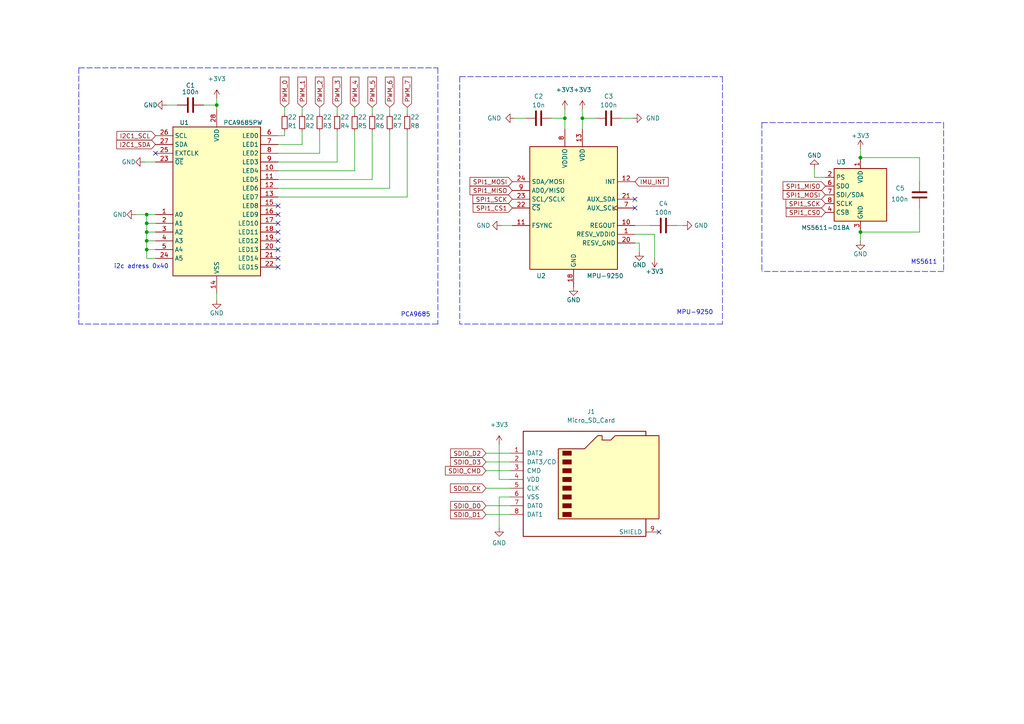
<source format=kicad_sch>
(kicad_sch (version 20211123) (generator eeschema)
  (paper "A4")
  (lib_symbols
    (symbol "Connector:Micro_SD_Card" (pin_names (offset 1.016))
      (property "Reference" "J" (at -16.51 15.24 0))
      (property "Value" "Micro_SD_Card" (at 16.51 15.24 0))
      (symbol "Micro_SD_Card_0_1"
        (rectangle (start -7.62 -9.525) (end -5.08 -10.795) (fill (type outline)))
        (rectangle (start -7.62 -6.985) (end -5.08 -8.255) (fill (type outline)))
        (rectangle (start -7.62 -4.445) (end -5.08 -5.715) (fill (type outline)))
        (rectangle (start -7.62 -1.905) (end -5.08 -3.175) (fill (type outline)))
        (rectangle (start -7.62 0.635) (end -5.08 -0.635) (fill (type outline)))
        (rectangle (start -7.62 3.175) (end -5.08 1.905) (fill (type outline)))
        (rectangle (start -7.62 5.715) (end -5.08 4.445) (fill (type outline)))
        (rectangle (start -7.62 8.255) (end -5.08 6.985) (fill (type outline)))
        (polyline (pts (xy 16.51 12.7) (xy 16.51 13.97) (xy -19.05 13.97) (xy -19.05 -16.51) (xy 16.51 -16.51) (xy 16.51 -11.43)) (stroke (width 0.254)))
        (polyline (pts (xy -8.89 -11.43) (xy -8.89 8.89) (xy -1.27 8.89) (xy 2.54 12.7) (xy 3.81 12.7) (xy 3.81 11.43) (xy 6.35 11.43) (xy 7.62 12.7) (xy 20.32 12.7) (xy 20.32 -11.43) (xy -8.89 -11.43)) (stroke (width 0.254)) (fill (type background)))
      )
      (symbol "Micro_SD_Card_1_1"
        (pin bidirectional line (at -22.86 7.62 0) (length 3.81) (name "DAT2") (number "1"))
        (pin bidirectional line (at -22.86 5.08 0) (length 3.81) (name "DAT3/CD") (number "2"))
        (pin input line (at -22.86 2.54 0) (length 3.81) (name "CMD") (number "3"))
        (pin power_in line (at -22.86 0 0) (length 3.81) (name "VDD") (number "4"))
        (pin input line (at -22.86 -2.54 0) (length 3.81) (name "CLK") (number "5"))
        (pin power_in line (at -22.86 -5.08 0) (length 3.81) (name "VSS") (number "6"))
        (pin bidirectional line (at -22.86 -7.62 0) (length 3.81) (name "DAT0") (number "7"))
        (pin bidirectional line (at -22.86 -10.16 0) (length 3.81) (name "DAT1") (number "8"))
        (pin passive line (at 20.32 -15.24 180) (length 3.81) (name "SHIELD") (number "9"))
      )
    )
    (symbol "Device:C" (pin_numbers hide) (pin_names (offset 0.254))
      (property "Reference" "C" (at 0.635 2.54 0))
      (property "Value" "C" (at 0.635 -2.54 0))
      (symbol "C_0_1"
        (polyline (pts (xy -2.032 -0.762) (xy 2.032 -0.762)) (stroke (width 0.508)))
        (polyline (pts (xy -2.032 0.762) (xy 2.032 0.762)) (stroke (width 0.508)))
      )
      (symbol "C_1_1"
        (pin passive line (at 0 3.81 270) (length 2.794) (name "~") (number "1"))
        (pin passive line (at 0 -3.81 90) (length 2.794) (name "~") (number "2"))
      )
    )
    (symbol "Device:R_Small" (pin_numbers hide) (pin_names (offset 0.254) hide)
      (property "Reference" "R" (at 0.762 0.508 0))
      (property "Value" "R_Small" (at 0.762 -1.016 0))
      (symbol "R_Small_0_1"
        (rectangle (start -0.762 1.778) (end 0.762 -1.778) (stroke (width 0.2032)))
      )
      (symbol "R_Small_1_1"
        (pin passive line (at 0 2.54 270) (length 0.762) (name "~") (number "1"))
        (pin passive line (at 0 -2.54 90) (length 0.762) (name "~") (number "2"))
      )
    )
    (symbol "Driver_LED:PCA9685PW"
      (property "Reference" "U" (at -12.7 22.225 0))
      (property "Value" "PCA9685PW" (at 1.27 22.225 0))
      (symbol "PCA9685PW_0_1"
        (rectangle (start -12.7 20.32) (end 12.7 -22.86) (stroke (width 0.254)) (fill (type background)))
      )
      (symbol "PCA9685PW_1_1"
        (pin input line (at -17.78 -5.08 0) (length 5.08) (name "A0") (number "1"))
        (pin output line (at 17.78 7.62 180) (length 5.08) (name "LED4") (number "10"))
        (pin output line (at 17.78 5.08 180) (length 5.08) (name "LED5") (number "11"))
        (pin output line (at 17.78 2.54 180) (length 5.08) (name "LED6") (number "12"))
        (pin output line (at 17.78 0 180) (length 5.08) (name "LED7") (number "13"))
        (pin power_in line (at 0 -27.94 90) (length 5.08) (name "VSS") (number "14"))
        (pin output line (at 17.78 -2.54 180) (length 5.08) (name "LED8") (number "15"))
        (pin output line (at 17.78 -5.08 180) (length 5.08) (name "LED9") (number "16"))
        (pin output line (at 17.78 -7.62 180) (length 5.08) (name "LED10") (number "17"))
        (pin output line (at 17.78 -10.16 180) (length 5.08) (name "LED11") (number "18"))
        (pin output line (at 17.78 -12.7 180) (length 5.08) (name "LED12") (number "19"))
        (pin input line (at -17.78 -7.62 0) (length 5.08) (name "A1") (number "2"))
        (pin output line (at 17.78 -15.24 180) (length 5.08) (name "LED13") (number "20"))
        (pin output line (at 17.78 -17.78 180) (length 5.08) (name "LED14") (number "21"))
        (pin output line (at 17.78 -20.32 180) (length 5.08) (name "LED15") (number "22"))
        (pin input line (at -17.78 10.16 0) (length 5.08) (name "~{OE}") (number "23"))
        (pin input line (at -17.78 -17.78 0) (length 5.08) (name "A5") (number "24"))
        (pin input line (at -17.78 12.7 0) (length 5.08) (name "EXTCLK") (number "25"))
        (pin input line (at -17.78 17.78 0) (length 5.08) (name "SCL") (number "26"))
        (pin bidirectional line (at -17.78 15.24 0) (length 5.08) (name "SDA") (number "27"))
        (pin power_in line (at 0 25.4 270) (length 5.08) (name "VDD") (number "28"))
        (pin input line (at -17.78 -10.16 0) (length 5.08) (name "A2") (number "3"))
        (pin input line (at -17.78 -12.7 0) (length 5.08) (name "A3") (number "4"))
        (pin input line (at -17.78 -15.24 0) (length 5.08) (name "A4") (number "5"))
        (pin output line (at 17.78 17.78 180) (length 5.08) (name "LED0") (number "6"))
        (pin output line (at 17.78 15.24 180) (length 5.08) (name "LED1") (number "7"))
        (pin output line (at 17.78 12.7 180) (length 5.08) (name "LED2") (number "8"))
        (pin output line (at 17.78 10.16 180) (length 5.08) (name "LED3") (number "9"))
      )
    )
    (symbol "Sensor_Motion:MPU-9250"
      (property "Reference" "U" (at -11.43 19.05 0))
      (property "Value" "MPU-9250" (at 7.62 -19.05 0))
      (symbol "MPU-9250_0_1"
        (rectangle (start -12.7 17.78) (end 12.7 -17.78) (stroke (width 0.254)) (fill (type background)))
      )
      (symbol "MPU-9250_1_1"
        (pin input line (at 17.78 -7.62 180) (length 5.08) (name "RESV_VDDIO") (number "1"))
        (pin passive line (at 17.78 -5.08 180) (length 5.08) (name "REGOUT") (number "10"))
        (pin input line (at -17.78 -5.08 0) (length 5.08) (name "FSYNC") (number "11"))
        (pin output line (at 17.78 7.62 180) (length 5.08) (name "INT") (number "12"))
        (pin power_in line (at 2.54 22.86 270) (length 5.08) (name "VDD") (number "13"))
        (pin power_in line (at 0 -22.86 90) (length 5.08) (name "GND") (number "18"))
        (pin power_in line (at 17.78 -10.16 180) (length 5.08) (name "RESV_GND") (number "20"))
        (pin bidirectional line (at 17.78 2.54 180) (length 5.08) (name "AUX_SDA") (number "21"))
        (pin input line (at -17.78 0 0) (length 5.08) (name "~{CS}") (number "22"))
        (pin input line (at -17.78 2.54 0) (length 5.08) (name "SCL/SCLK") (number "23"))
        (pin bidirectional line (at -17.78 7.62 0) (length 5.08) (name "SDA/MOSI") (number "24"))
        (pin output clock (at 17.78 0 180) (length 5.08) (name "AUX_SCL") (number "7"))
        (pin power_in line (at -2.54 22.86 270) (length 5.08) (name "VDDIO") (number "8"))
        (pin bidirectional line (at -17.78 5.08 0) (length 5.08) (name "AD0/MISO") (number "9"))
      )
    )
    (symbol "Sensor_Pressure:MS5611-01BA"
      (property "Reference" "U" (at -6.35 8.89 0))
      (property "Value" "MS5611-01BA" (at 7.62 8.89 0))
      (symbol "MS5611-01BA_0_1"
        (rectangle (start -7.62 7.62) (end 7.62 -7.62) (stroke (width 0.254)) (fill (type background)))
      )
      (symbol "MS5611-01BA_1_1"
        (pin power_in line (at 0 10.16 270) (length 2.54) (name "VDD") (number "1"))
        (pin input line (at -10.16 5.08 0) (length 2.54) (name "PS") (number "2"))
        (pin power_in line (at 0 -10.16 90) (length 2.54) (name "GND") (number "3"))
        (pin input line (at -10.16 -5.08 0) (length 2.54) (name "CSB") (number "4"))
        (pin input line (at -10.16 -5.08 0) (length 2.54) hide (name "CSB") (number "5"))
        (pin output line (at -10.16 2.54 0) (length 2.54) (name "SDO") (number "6"))
        (pin bidirectional line (at -10.16 0 0) (length 2.54) (name "SDI/SDA") (number "7"))
        (pin input line (at -10.16 -2.54 0) (length 2.54) (name "SCLK") (number "8"))
      )
    )
    (symbol "power:+3V3" (power) (pin_names (offset 0))
      (property "Value" "+3V3" (at 0 3.556 0))
      (symbol "+3V3_0_1"
        (polyline (pts (xy -0.762 1.27) (xy 0 2.54)))
        (polyline (pts (xy 0 0) (xy 0 2.54)))
        (polyline (pts (xy 0 2.54) (xy 0.762 1.27)))
      )
      (symbol "+3V3_1_1"
        (pin power_in line (at 0 0 90) (length 0) hide (name "+3V3") (number "1"))
      )
    )
    (symbol "power:GND" (power) (pin_names (offset 0))
      (property "Value" "GND" (at 0 -3.81 0))
      (symbol "GND_0_1"
        (polyline (pts (xy 0 0) (xy 0 -1.27) (xy 1.27 -1.27) (xy 0 -2.54) (xy -1.27 -1.27) (xy 0 -1.27)))
      )
      (symbol "GND_1_1"
        (pin power_in line (at 0 0 270) (length 0) hide (name "GND") (number "1"))
      )
    )
  )
  (junction (at 42.545 62.23))
  (junction (at 42.545 64.77))
  (junction (at 163.83 34.29))
  (junction (at 42.545 67.31))
  (junction (at 42.545 69.85))
  (junction (at 168.91 34.29))
  (junction (at 249.555 67.31))
  (junction (at 249.555 45.72))
  (junction (at 62.865 30.48))
  (junction (at 42.545 72.39))
  (no_connect (at 191.135 154.305))
  (no_connect (at 80.645 72.39))
  (no_connect (at 80.645 74.93))
  (no_connect (at 80.645 77.47))
  (no_connect (at 80.645 59.69))
  (no_connect (at 80.645 62.23))
  (no_connect (at 80.645 64.77))
  (no_connect (at 80.645 67.31))
  (no_connect (at 80.645 69.85))
  (no_connect (at 184.15 60.325))
  (no_connect (at 184.15 57.785))
  (no_connect (at 45.085 44.45))
  (wire (pts (xy 180.34 34.29) (xy 183.515 34.29)))
  (wire (pts (xy 140.97 131.445) (xy 147.955 131.445)))
  (wire (pts (xy 266.7 67.31) (xy 266.7 60.325)))
  (wire (pts (xy 80.645 46.99) (xy 97.79 46.99)))
  (wire (pts (xy 42.545 62.23) (xy 45.085 62.23)))
  (wire (pts (xy 39.37 62.23) (xy 42.545 62.23)))
  (wire (pts (xy 59.055 30.48) (xy 62.865 30.48)))
  (wire (pts (xy 45.085 72.39) (xy 42.545 72.39)))
  (wire (pts (xy 140.97 141.605) (xy 147.955 141.605)))
  (wire (pts (xy 152.4 34.29) (xy 149.225 34.29)))
  (wire (pts (xy 97.79 46.99) (xy 97.79 38.1)))
  (wire (pts (xy 80.645 54.61) (xy 113.03 54.61)))
  (wire (pts (xy 163.83 34.29) (xy 160.02 34.29)))
  (wire (pts (xy 144.78 128.905) (xy 144.78 139.065)))
  (wire (pts (xy 42.545 74.93) (xy 42.545 72.39)))
  (wire (pts (xy 249.555 66.675) (xy 249.555 67.31)))
  (wire (pts (xy 113.03 31.115) (xy 113.03 33.02)))
  (wire (pts (xy 82.55 31.115) (xy 82.55 33.02)))
  (wire (pts (xy 62.865 28.575) (xy 62.865 30.48)))
  (wire (pts (xy 168.91 31.75) (xy 168.91 34.29)))
  (wire (pts (xy 80.645 57.15) (xy 118.11 57.15)))
  (wire (pts (xy 80.645 39.37) (xy 82.55 39.37)))
  (wire (pts (xy 184.15 70.485) (xy 185.42 70.485)))
  (wire (pts (xy 266.7 45.72) (xy 266.7 52.705)))
  (wire (pts (xy 140.97 133.985) (xy 147.955 133.985)))
  (wire (pts (xy 45.085 74.93) (xy 42.545 74.93)))
  (wire (pts (xy 92.71 44.45) (xy 92.71 38.1)))
  (wire (pts (xy 147.955 144.145) (xy 144.78 144.145)))
  (wire (pts (xy 140.97 149.225) (xy 147.955 149.225)))
  (wire (pts (xy 102.87 31.115) (xy 102.87 33.02)))
  (wire (pts (xy 48.26 30.48) (xy 51.435 30.48)))
  (wire (pts (xy 107.95 52.07) (xy 107.95 38.1)))
  (polyline (pts (xy 127 93.98) (xy 22.86 93.98)))
  (wire (pts (xy 80.645 52.07) (xy 107.95 52.07)))
  (polyline (pts (xy 133.35 22.225) (xy 209.55 22.225)))
  (wire (pts (xy 163.83 34.29) (xy 163.83 37.465)))
  (polyline (pts (xy 220.98 35.56) (xy 273.685 35.56)))
  (wire (pts (xy 249.555 46.355) (xy 249.555 45.72)))
  (wire (pts (xy 41.91 46.99) (xy 45.085 46.99)))
  (wire (pts (xy 184.15 65.405) (xy 188.595 65.405)))
  (polyline (pts (xy 220.98 35.56) (xy 220.98 78.74)))
  (wire (pts (xy 196.215 65.405) (xy 198.12 65.405)))
  (wire (pts (xy 249.555 45.72) (xy 266.7 45.72)))
  (wire (pts (xy 62.865 85.09) (xy 62.865 86.995)))
  (wire (pts (xy 42.545 67.31) (xy 42.545 64.77)))
  (wire (pts (xy 249.555 67.31) (xy 249.555 69.85)))
  (wire (pts (xy 80.645 44.45) (xy 92.71 44.45)))
  (polyline (pts (xy 273.685 35.56) (xy 273.685 78.74)))
  (wire (pts (xy 184.15 67.945) (xy 189.865 67.945)))
  (polyline (pts (xy 22.86 19.685) (xy 22.86 93.98)))
  (wire (pts (xy 45.085 64.77) (xy 42.545 64.77)))
  (wire (pts (xy 92.71 31.115) (xy 92.71 33.02)))
  (polyline (pts (xy 22.86 19.685) (xy 127 19.685)))
  (wire (pts (xy 239.395 51.435) (xy 236.22 51.435)))
  (wire (pts (xy 168.91 34.29) (xy 168.91 37.465)))
  (wire (pts (xy 118.11 57.15) (xy 118.11 38.1)))
  (wire (pts (xy 42.545 72.39) (xy 42.545 69.85)))
  (wire (pts (xy 87.63 31.115) (xy 87.63 33.02)))
  (wire (pts (xy 249.555 43.18) (xy 249.555 45.72)))
  (wire (pts (xy 62.865 30.48) (xy 62.865 31.75)))
  (wire (pts (xy 168.91 34.29) (xy 172.72 34.29)))
  (wire (pts (xy 118.11 31.115) (xy 118.11 33.02)))
  (wire (pts (xy 147.955 139.065) (xy 144.78 139.065)))
  (wire (pts (xy 80.645 41.91) (xy 87.63 41.91)))
  (wire (pts (xy 140.97 146.685) (xy 147.955 146.685)))
  (wire (pts (xy 42.545 64.77) (xy 42.545 62.23)))
  (wire (pts (xy 163.83 31.75) (xy 163.83 34.29)))
  (wire (pts (xy 42.545 69.85) (xy 42.545 67.31)))
  (polyline (pts (xy 133.35 22.225) (xy 133.35 93.98)))
  (wire (pts (xy 249.555 67.31) (xy 266.7 67.31)))
  (wire (pts (xy 45.085 69.85) (xy 42.545 69.85)))
  (wire (pts (xy 45.085 67.31) (xy 42.545 67.31)))
  (wire (pts (xy 102.87 49.53) (xy 80.645 49.53)))
  (wire (pts (xy 107.95 31.115) (xy 107.95 33.02)))
  (wire (pts (xy 145.415 65.405) (xy 148.59 65.405)))
  (wire (pts (xy 87.63 41.91) (xy 87.63 38.1)))
  (wire (pts (xy 102.87 38.1) (xy 102.87 49.53)))
  (wire (pts (xy 113.03 54.61) (xy 113.03 38.1)))
  (polyline (pts (xy 273.685 78.74) (xy 220.98 78.74)))
  (polyline (pts (xy 127 19.685) (xy 127 93.98)))
  (polyline (pts (xy 209.55 22.225) (xy 209.55 93.98)))
  (wire (pts (xy 97.79 31.115) (xy 97.79 33.02)))
  (wire (pts (xy 140.97 136.525) (xy 147.955 136.525)))
  (wire (pts (xy 236.22 48.895) (xy 236.22 51.435)))
  (polyline (pts (xy 209.55 93.98) (xy 133.35 93.98)))
  (wire (pts (xy 82.55 39.37) (xy 82.55 38.1)))
  (wire (pts (xy 144.78 144.145) (xy 144.78 153.035)))
  (wire (pts (xy 185.42 70.485) (xy 185.42 73.025)))
  (wire (pts (xy 189.865 67.945) (xy 189.865 74.93)))
  (text "PCA9685" (at 116.205 92.075 0) (effects (font (size 1.27 1.27)) (justify left bottom)))
  (text "i2c adress 0x40" (at 33.02 78.105 0) (effects (font (size 1.27 1.27)) (justify left bottom)))
  (text "MPU-9250" (at 196.215 91.44 0) (effects (font (size 1.27 1.27)) (justify left bottom)))
  (text "MS5611" (at 264.16 76.835 0) (effects (font (size 1.27 1.27)) (justify left bottom)))
  (global_label "I2C1_SCL" (shape input) (at 45.085 39.37 180) (property "Intersheet References" "${INTERSHEET_REFS}" (effects hide)))
  (global_label "SPI1_SCK" (shape input) (at 239.395 59.055 180) (property "Intersheet References" "${INTERSHEET_REFS}" (effects hide)))
  (global_label "PWM_3" (shape input) (at 97.79 31.115 90) (property "Intersheet References" "${INTERSHEET_REFS}" (effects hide)))
  (global_label "SDIO_CMD" (shape input) (at 140.97 136.525 180) (property "Intersheet References" "${INTERSHEET_REFS}" (effects hide)))
  (global_label "SDIO_CK" (shape input) (at 140.97 141.605 180) (property "Intersheet References" "${INTERSHEET_REFS}" (effects hide)))
  (global_label "PWM_4" (shape input) (at 102.87 31.115 90) (property "Intersheet References" "${INTERSHEET_REFS}" (effects hide)))
  (global_label "SDIO_D2" (shape input) (at 140.97 131.445 180) (property "Intersheet References" "${INTERSHEET_REFS}" (effects hide)))
  (global_label "SDIO_D1" (shape input) (at 140.97 149.225 180) (property "Intersheet References" "${INTERSHEET_REFS}" (effects hide)))
  (global_label "SDIO_D3" (shape input) (at 140.97 133.985 180) (property "Intersheet References" "${INTERSHEET_REFS}" (effects hide)))
  (global_label "SPI1_SCK" (shape input) (at 148.59 57.785 180) (property "Intersheet References" "${INTERSHEET_REFS}" (effects hide)))
  (global_label "SPI1_MOSI" (shape input) (at 148.59 52.705 180) (property "Intersheet References" "${INTERSHEET_REFS}" (effects hide)))
  (global_label "PWM_6" (shape input) (at 113.03 31.115 90) (property "Intersheet References" "${INTERSHEET_REFS}" (effects hide)))
  (global_label "PWM_1" (shape input) (at 87.63 31.115 90) (property "Intersheet References" "${INTERSHEET_REFS}" (effects hide)))
  (global_label "PWM_0" (shape input) (at 82.55 31.115 90) (property "Intersheet References" "${INTERSHEET_REFS}" (effects hide)))
  (global_label "SDIO_D0" (shape input) (at 140.97 146.685 180) (property "Intersheet References" "${INTERSHEET_REFS}" (effects hide)))
  (global_label "IMU_INT" (shape input) (at 184.15 52.705 0) (property "Intersheet References" "${INTERSHEET_REFS}" (effects hide)))
  (global_label "SPI1_MISO" (shape input) (at 148.59 55.245 180) (property "Intersheet References" "${INTERSHEET_REFS}" (effects hide)))
  (global_label "PWM_7" (shape input) (at 118.11 31.115 90) (property "Intersheet References" "${INTERSHEET_REFS}" (effects hide)))
  (global_label "PWM_5" (shape input) (at 107.95 31.115 90) (property "Intersheet References" "${INTERSHEET_REFS}" (effects hide)))
  (global_label "SPI1_CS1" (shape input) (at 148.59 60.325 180) (property "Intersheet References" "${INTERSHEET_REFS}" (effects hide)))
  (global_label "SPI1_MOSI" (shape input) (at 239.395 56.515 180) (property "Intersheet References" "${INTERSHEET_REFS}" (effects hide)))
  (global_label "PWM_2" (shape input) (at 92.71 31.115 90) (property "Intersheet References" "${INTERSHEET_REFS}" (effects hide)))
  (global_label "I2C1_SDA" (shape input) (at 45.085 41.91 180) (property "Intersheet References" "${INTERSHEET_REFS}" (effects hide)))
  (global_label "SPI1_CS0" (shape input) (at 239.395 61.595 180) (property "Intersheet References" "${INTERSHEET_REFS}" (effects hide)))
  (global_label "SPI1_MISO" (shape input) (at 239.395 53.975 180) (property "Intersheet References" "${INTERSHEET_REFS}" (effects hide)))
  (symbol (lib_id "Driver_LED:PCA9685PW") (at 62.865 57.15 0) (unit 1)
    (property "Reference" "U1" (at 52.07 35.56 0) (effects (justify left)))
    (property "Value" "PCA9685PW" (at 64.77 35.56 0) (effects (justify left)))
    (property "Footprint" "Package_SO:TSSOP-28_4.4x9.7mm_P0.65mm" (effects hide))
    (property "Datasheet" "http://www.nxp.com/documents/data_sheet/PCA9685.pdf" (effects hide))
  )
  (symbol (lib_id "Device:C") (at 176.53 34.29 90) (unit 1)
    (property "Reference" "C3" (at 176.53 27.94 90))
    (property "Value" "100n" (at 176.53 30.48 90))
    (property "Footprint" "Capacitor_SMD:C_0603_1608Metric_Pad1.08x0.95mm_HandSolder" (effects hide))
    (property "JLCPCB Part #" "C14663" (effects hide))
  )
  (symbol (lib_id "Connector:Micro_SD_Card") (at 170.815 139.065 0) (unit 1)
    (property "Reference" "J1" (at 171.45 119.38 0))
    (property "Value" "Micro_SD_Card" (at 171.45 121.92 0))
    (property "Footprint" "sd:TF15X15" (effects hide))
    (property "Datasheet" "http://katalog.we-online.de/em/datasheet/693072010801.pdf" (effects hide))
  )
  (symbol (lib_id "power:+3V3") (at 249.555 43.18 0) (unit 1)
    (property "Reference" "#PWR018" (effects hide))
    (property "Value" "+3V3" (at 249.555 39.37 0))
  )
  (symbol (lib_id "power:GND") (at 166.37 83.185 0) (unit 1)
    (property "Reference" "#PWR011" (effects hide))
    (property "Value" "GND" (at 166.37 86.995 0))
  )
  (symbol (lib_id "power:GND") (at 144.78 153.035 0) (unit 1)
    (property "Reference" "#PWR07" (effects hide))
    (property "Value" "GND" (at 144.78 157.48 0))
  )
  (symbol (lib_id "power:+3V3") (at 62.865 28.575 0) (unit 1)
    (property "Reference" "#PWR04" (effects hide))
    (property "Value" "+3V3" (at 62.865 22.86 0))
  )
  (symbol (lib_id "power:GND") (at 236.22 48.895 180) (unit 1)
    (property "Reference" "#PWR017" (effects hide))
    (property "Value" "GND" (at 236.22 45.085 0))
  )
  (symbol (lib_id "power:+3V3") (at 144.78 128.905 0) (unit 1)
    (property "Reference" "#PWR06" (effects hide))
    (property "Value" "+3V3" (at 144.78 123.19 0))
  )
  (symbol (lib_id "power:GND") (at 149.225 34.29 270) (mirror x) (unit 1)
    (property "Reference" "#PWR09" (effects hide))
    (property "Value" "GND" (at 145.415 34.2899 90) (effects (justify right)))
  )
  (symbol (lib_id "power:GND") (at 183.515 34.29 90) (unit 1)
    (property "Reference" "#PWR013" (effects hide))
    (property "Value" "GND" (at 187.325 34.2899 90) (effects (justify right)))
  )
  (symbol (lib_id "power:GND") (at 249.555 69.85 0) (unit 1)
    (property "Reference" "#PWR019" (effects hide))
    (property "Value" "GND" (at 249.555 73.66 0))
  )
  (symbol (lib_id "power:GND") (at 41.91 46.99 270) (unit 1)
    (property "Reference" "#PWR02" (effects hide))
    (property "Value" "GND" (at 39.37 46.9899 90) (effects (justify right)))
  )
  (symbol (lib_id "Device:C") (at 192.405 65.405 90) (unit 1)
    (property "Reference" "C4" (at 192.405 59.055 90))
    (property "Value" "100n" (at 192.405 61.595 90))
    (property "Footprint" "Capacitor_SMD:C_0603_1608Metric_Pad1.08x0.95mm_HandSolder" (effects hide))
    (property "JLCPCB Part #" "C14663" (effects hide))
  )
  (symbol (lib_id "Sensor_Motion:MPU-9250") (at 166.37 60.325 0) (unit 1)
    (property "Reference" "U2" (at 155.575 80.01 0) (effects (justify left)))
    (property "Value" "MPU-9250" (at 170.18 80.01 0) (effects (justify left)))
    (property "Footprint" "Sensor_Motion:InvenSense_QFN-24_3x3mm_P0.4mm" (effects hide))
    (property "Datasheet" "https://store.invensense.com/datasheets/invensense/MPU9250REV1.0.pdf" (effects hide))
  )
  (symbol (lib_id "power:GND") (at 185.42 73.025 0) (unit 1)
    (property "Reference" "#PWR014" (effects hide))
    (property "Value" "GND" (at 185.42 76.835 0))
  )
  (symbol (lib_id "Device:R_Small") (at 113.03 35.56 180) (unit 1)
    (property "Reference" "R7" (at 115.2525 36.5125 0))
    (property "Value" "22" (at 115.2525 33.9725 0))
    (property "Footprint" "Resistor_SMD:R_0603_1608Metric_Pad0.98x0.95mm_HandSolder" (effects hide))
    (property "JLCPCB Part #" "C23345" (effects hide))
  )
  (symbol (lib_id "power:+3V3") (at 168.91 31.75 0) (unit 1)
    (property "Reference" "#PWR012" (effects hide))
    (property "Value" "+3V3" (at 168.91 26.035 0))
  )
  (symbol (lib_id "power:GND") (at 62.865 86.995 0) (unit 1)
    (property "Reference" "#PWR05" (effects hide))
    (property "Value" "GND" (at 62.865 90.805 0))
  )
  (symbol (lib_id "Device:C") (at 266.7 56.515 0) (unit 1)
    (property "Reference" "C5" (at 259.715 54.61 0) (effects (justify left)))
    (property "Value" "100n" (at 258.445 57.785 0) (effects (justify left)))
    (property "Footprint" "Capacitor_SMD:C_0603_1608Metric_Pad1.08x0.95mm_HandSolder" (effects hide))
    (property "JLCPCB Part #" "C14663" (effects hide))
  )
  (symbol (lib_id "Device:R_Small") (at 92.71 35.56 180) (unit 1)
    (property "Reference" "R3" (at 94.9325 36.5125 0))
    (property "Value" "22" (at 94.9325 33.9725 0))
    (property "Footprint" "Resistor_SMD:R_0603_1608Metric_Pad0.98x0.95mm_HandSolder" (effects hide))
    (property "JLCPCB Part #" "C23345" (effects hide))
  )
  (symbol (lib_id "Device:R_Small") (at 107.95 35.56 180) (unit 1)
    (property "Reference" "R6" (at 110.1725 36.5125 0))
    (property "Value" "22" (at 110.1725 33.9725 0))
    (property "Footprint" "Resistor_SMD:R_0603_1608Metric_Pad0.98x0.95mm_HandSolder" (effects hide))
    (property "JLCPCB Part #" "C23345" (effects hide))
  )
  (symbol (lib_id "power:GND") (at 198.12 65.405 90) (unit 1)
    (property "Reference" "#PWR016" (effects hide))
    (property "Value" "GND" (at 201.295 65.4049 90) (effects (justify right)))
  )
  (symbol (lib_id "Device:R_Small") (at 97.79 35.56 180) (unit 1)
    (property "Reference" "R4" (at 100.0125 36.5125 0))
    (property "Value" "22" (at 100.0125 33.9725 0))
    (property "Footprint" "Resistor_SMD:R_0603_1608Metric_Pad0.98x0.95mm_HandSolder" (effects hide))
    (property "JLCPCB Part #" "C23345" (effects hide))
  )
  (symbol (lib_id "Sensor_Pressure:MS5611-01BA") (at 249.555 56.515 0) (unit 1)
    (property "Reference" "U3" (at 242.57 46.99 0) (effects (justify left)))
    (property "Value" "MS5611-01BA" (at 232.41 66.04 0) (effects (justify left)))
    (property "Footprint" "user_lib:LGA-8_3x5mm_P1.25mm_handsolder" (effects hide))
    (property "Datasheet" "https://www.te.com/commerce/DocumentDelivery/DDEController?Action=srchrtrv&DocNm=MS5611-01BA03&DocType=Data+Sheet&DocLang=English" (effects hide))
  )
  (symbol (lib_id "power:GND") (at 48.26 30.48 270) (unit 1)
    (property "Reference" "#PWR03" (effects hide))
    (property "Value" "GND" (at 45.72 30.4799 90) (effects (justify right)))
  )
  (symbol (lib_id "Device:R_Small") (at 118.11 35.56 180) (unit 1)
    (property "Reference" "R8" (at 120.3325 36.5125 0))
    (property "Value" "22" (at 120.3325 33.9725 0))
    (property "Footprint" "Resistor_SMD:R_0603_1608Metric_Pad0.98x0.95mm_HandSolder" (effects hide))
    (property "JLCPCB Part #" "C23345" (effects hide))
  )
  (symbol (lib_id "power:GND") (at 145.415 65.405 270) (unit 1)
    (property "Reference" "#PWR08" (effects hide))
    (property "Value" "GND" (at 142.24 65.4049 90) (effects (justify right)))
  )
  (symbol (lib_id "Device:R_Small") (at 102.87 35.56 180) (unit 1)
    (property "Reference" "R5" (at 105.0925 36.5125 0))
    (property "Value" "22" (at 105.0925 33.9725 0))
    (property "Footprint" "Resistor_SMD:R_0603_1608Metric_Pad0.98x0.95mm_HandSolder" (effects hide))
    (property "JLCPCB Part #" "C23345" (effects hide))
  )
  (symbol (lib_id "Device:R_Small") (at 82.55 35.56 180) (unit 1)
    (property "Reference" "R1" (at 84.7725 36.5125 0))
    (property "Value" "22" (at 84.7725 33.9725 0))
    (property "Footprint" "Resistor_SMD:R_0603_1608Metric_Pad0.98x0.95mm_HandSolder" (effects hide))
    (property "JLCPCB Part #" "C23345" (effects hide))
  )
  (symbol (lib_id "power:+3V3") (at 189.865 74.93 180) (unit 1)
    (property "Reference" "#PWR015" (effects hide))
    (property "Value" "+3V3" (at 189.865 78.74 0))
  )
  (symbol (lib_id "power:GND") (at 39.37 62.23 270) (unit 1)
    (property "Reference" "#PWR01" (effects hide))
    (property "Value" "GND" (at 36.83 62.2299 90) (effects (justify right)))
  )
  (symbol (lib_id "Device:R_Small") (at 87.63 35.56 180) (unit 1)
    (property "Reference" "R2" (at 89.8525 36.5125 0))
    (property "Value" "22" (at 89.8525 33.9725 0))
    (property "Footprint" "Resistor_SMD:R_0603_1608Metric_Pad0.98x0.95mm_HandSolder" (effects hide))
    (property "JLCPCB Part #" "C23345" (effects hide))
  )
  (symbol (lib_id "Device:C") (at 55.245 30.48 90) (unit 1)
    (property "Reference" "C1" (at 55.245 24.765 90))
    (property "Value" "100n" (at 55.245 26.67 90))
    (property "Footprint" "Capacitor_SMD:C_0603_1608Metric_Pad1.08x0.95mm_HandSolder" (effects hide))
    (property "JLCPCB Part #" "C14663" (effects hide))
  )
  (symbol (lib_id "power:+3V3") (at 163.83 31.75 0) (mirror y) (unit 1)
    (property "Reference" "#PWR010" (effects hide))
    (property "Value" "+3V3" (at 163.83 26.035 0))
  )
  (symbol (lib_id "Device:C") (at 156.21 34.29 270) (mirror x) (unit 1)
    (property "Reference" "C2" (at 156.21 27.94 90))
    (property "Value" "10n" (at 156.21 30.48 90))
    (property "Footprint" "Capacitor_SMD:C_0603_1608Metric_Pad1.08x0.95mm_HandSolder" (effects hide))
    (property "JLCPCB Part #" "C57112" (effects hide))
  )
)
</source>
